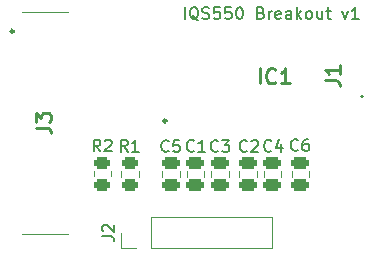
<source format=gto>
G04 #@! TF.GenerationSoftware,KiCad,Pcbnew,6.0.8+dfsg-1~bpo11+1*
G04 #@! TF.CreationDate,2023-03-31T17:36:42-04:00*
G04 #@! TF.ProjectId,IQS550_captouch_breakout,49515335-3530-45f6-9361-70746f756368,rev?*
G04 #@! TF.SameCoordinates,Original*
G04 #@! TF.FileFunction,Legend,Top*
G04 #@! TF.FilePolarity,Positive*
%FSLAX46Y46*%
G04 Gerber Fmt 4.6, Leading zero omitted, Abs format (unit mm)*
G04 Created by KiCad (PCBNEW 6.0.8+dfsg-1~bpo11+1) date 2023-03-31 17:36:42*
%MOMM*%
%LPD*%
G01*
G04 APERTURE LIST*
G04 Aperture macros list*
%AMRoundRect*
0 Rectangle with rounded corners*
0 $1 Rounding radius*
0 $2 $3 $4 $5 $6 $7 $8 $9 X,Y pos of 4 corners*
0 Add a 4 corners polygon primitive as box body*
4,1,4,$2,$3,$4,$5,$6,$7,$8,$9,$2,$3,0*
0 Add four circle primitives for the rounded corners*
1,1,$1+$1,$2,$3*
1,1,$1+$1,$4,$5*
1,1,$1+$1,$6,$7*
1,1,$1+$1,$8,$9*
0 Add four rect primitives between the rounded corners*
20,1,$1+$1,$2,$3,$4,$5,0*
20,1,$1+$1,$4,$5,$6,$7,0*
20,1,$1+$1,$6,$7,$8,$9,0*
20,1,$1+$1,$8,$9,$2,$3,0*%
G04 Aperture macros list end*
%ADD10C,0.150000*%
%ADD11C,0.281155*%
%ADD12C,0.254000*%
%ADD13C,0.120000*%
%ADD14C,0.100000*%
%ADD15C,0.200000*%
%ADD16C,0.250000*%
%ADD17RoundRect,0.250000X0.450000X-0.262500X0.450000X0.262500X-0.450000X0.262500X-0.450000X-0.262500X0*%
%ADD18R,1.400000X0.800000*%
%ADD19R,1.200000X0.600000*%
%ADD20R,1.700000X1.700000*%
%ADD21O,1.700000X1.700000*%
%ADD22R,0.300000X0.850000*%
%ADD23R,0.850000X0.300000*%
%ADD24R,5.700000X5.600000*%
%ADD25RoundRect,0.250000X-0.475000X0.250000X-0.475000X-0.250000X0.475000X-0.250000X0.475000X0.250000X0*%
G04 APERTURE END LIST*
D10*
X142841666Y-86327380D02*
X142841666Y-85327380D01*
X143984523Y-86422619D02*
X143889285Y-86375000D01*
X143794047Y-86279761D01*
X143651190Y-86136904D01*
X143555952Y-86089285D01*
X143460714Y-86089285D01*
X143508333Y-86327380D02*
X143413095Y-86279761D01*
X143317857Y-86184523D01*
X143270238Y-85994047D01*
X143270238Y-85660714D01*
X143317857Y-85470238D01*
X143413095Y-85375000D01*
X143508333Y-85327380D01*
X143698809Y-85327380D01*
X143794047Y-85375000D01*
X143889285Y-85470238D01*
X143936904Y-85660714D01*
X143936904Y-85994047D01*
X143889285Y-86184523D01*
X143794047Y-86279761D01*
X143698809Y-86327380D01*
X143508333Y-86327380D01*
X144317857Y-86279761D02*
X144460714Y-86327380D01*
X144698809Y-86327380D01*
X144794047Y-86279761D01*
X144841666Y-86232142D01*
X144889285Y-86136904D01*
X144889285Y-86041666D01*
X144841666Y-85946428D01*
X144794047Y-85898809D01*
X144698809Y-85851190D01*
X144508333Y-85803571D01*
X144413095Y-85755952D01*
X144365476Y-85708333D01*
X144317857Y-85613095D01*
X144317857Y-85517857D01*
X144365476Y-85422619D01*
X144413095Y-85375000D01*
X144508333Y-85327380D01*
X144746428Y-85327380D01*
X144889285Y-85375000D01*
X145794047Y-85327380D02*
X145317857Y-85327380D01*
X145270238Y-85803571D01*
X145317857Y-85755952D01*
X145413095Y-85708333D01*
X145651190Y-85708333D01*
X145746428Y-85755952D01*
X145794047Y-85803571D01*
X145841666Y-85898809D01*
X145841666Y-86136904D01*
X145794047Y-86232142D01*
X145746428Y-86279761D01*
X145651190Y-86327380D01*
X145413095Y-86327380D01*
X145317857Y-86279761D01*
X145270238Y-86232142D01*
X146746428Y-85327380D02*
X146270238Y-85327380D01*
X146222619Y-85803571D01*
X146270238Y-85755952D01*
X146365476Y-85708333D01*
X146603571Y-85708333D01*
X146698809Y-85755952D01*
X146746428Y-85803571D01*
X146794047Y-85898809D01*
X146794047Y-86136904D01*
X146746428Y-86232142D01*
X146698809Y-86279761D01*
X146603571Y-86327380D01*
X146365476Y-86327380D01*
X146270238Y-86279761D01*
X146222619Y-86232142D01*
X147413095Y-85327380D02*
X147508333Y-85327380D01*
X147603571Y-85375000D01*
X147651190Y-85422619D01*
X147698809Y-85517857D01*
X147746428Y-85708333D01*
X147746428Y-85946428D01*
X147698809Y-86136904D01*
X147651190Y-86232142D01*
X147603571Y-86279761D01*
X147508333Y-86327380D01*
X147413095Y-86327380D01*
X147317857Y-86279761D01*
X147270238Y-86232142D01*
X147222619Y-86136904D01*
X147175000Y-85946428D01*
X147175000Y-85708333D01*
X147222619Y-85517857D01*
X147270238Y-85422619D01*
X147317857Y-85375000D01*
X147413095Y-85327380D01*
X149270238Y-85803571D02*
X149413095Y-85851190D01*
X149460714Y-85898809D01*
X149508333Y-85994047D01*
X149508333Y-86136904D01*
X149460714Y-86232142D01*
X149413095Y-86279761D01*
X149317857Y-86327380D01*
X148936904Y-86327380D01*
X148936904Y-85327380D01*
X149270238Y-85327380D01*
X149365476Y-85375000D01*
X149413095Y-85422619D01*
X149460714Y-85517857D01*
X149460714Y-85613095D01*
X149413095Y-85708333D01*
X149365476Y-85755952D01*
X149270238Y-85803571D01*
X148936904Y-85803571D01*
X149936904Y-86327380D02*
X149936904Y-85660714D01*
X149936904Y-85851190D02*
X149984523Y-85755952D01*
X150032142Y-85708333D01*
X150127380Y-85660714D01*
X150222619Y-85660714D01*
X150936904Y-86279761D02*
X150841666Y-86327380D01*
X150651190Y-86327380D01*
X150555952Y-86279761D01*
X150508333Y-86184523D01*
X150508333Y-85803571D01*
X150555952Y-85708333D01*
X150651190Y-85660714D01*
X150841666Y-85660714D01*
X150936904Y-85708333D01*
X150984523Y-85803571D01*
X150984523Y-85898809D01*
X150508333Y-85994047D01*
X151841666Y-86327380D02*
X151841666Y-85803571D01*
X151794047Y-85708333D01*
X151698809Y-85660714D01*
X151508333Y-85660714D01*
X151413095Y-85708333D01*
X151841666Y-86279761D02*
X151746428Y-86327380D01*
X151508333Y-86327380D01*
X151413095Y-86279761D01*
X151365476Y-86184523D01*
X151365476Y-86089285D01*
X151413095Y-85994047D01*
X151508333Y-85946428D01*
X151746428Y-85946428D01*
X151841666Y-85898809D01*
X152317857Y-86327380D02*
X152317857Y-85327380D01*
X152413095Y-85946428D02*
X152698809Y-86327380D01*
X152698809Y-85660714D02*
X152317857Y-86041666D01*
X153270238Y-86327380D02*
X153175000Y-86279761D01*
X153127380Y-86232142D01*
X153079761Y-86136904D01*
X153079761Y-85851190D01*
X153127380Y-85755952D01*
X153175000Y-85708333D01*
X153270238Y-85660714D01*
X153413095Y-85660714D01*
X153508333Y-85708333D01*
X153555952Y-85755952D01*
X153603571Y-85851190D01*
X153603571Y-86136904D01*
X153555952Y-86232142D01*
X153508333Y-86279761D01*
X153413095Y-86327380D01*
X153270238Y-86327380D01*
X154460714Y-85660714D02*
X154460714Y-86327380D01*
X154032142Y-85660714D02*
X154032142Y-86184523D01*
X154079761Y-86279761D01*
X154175000Y-86327380D01*
X154317857Y-86327380D01*
X154413095Y-86279761D01*
X154460714Y-86232142D01*
X154794047Y-85660714D02*
X155175000Y-85660714D01*
X154936904Y-85327380D02*
X154936904Y-86184523D01*
X154984523Y-86279761D01*
X155079761Y-86327380D01*
X155175000Y-86327380D01*
X156175000Y-85660714D02*
X156413095Y-86327380D01*
X156651190Y-85660714D01*
X157555952Y-86327380D02*
X156984523Y-86327380D01*
X157270238Y-86327380D02*
X157270238Y-85327380D01*
X157175000Y-85470238D01*
X157079761Y-85565476D01*
X156984523Y-85613095D01*
D11*
X128359422Y-87375000D02*
G75*
G03*
X128359422Y-87375000I-140577J0D01*
G01*
D10*
X135683333Y-97527380D02*
X135350000Y-97051190D01*
X135111904Y-97527380D02*
X135111904Y-96527380D01*
X135492857Y-96527380D01*
X135588095Y-96575000D01*
X135635714Y-96622619D01*
X135683333Y-96717857D01*
X135683333Y-96860714D01*
X135635714Y-96955952D01*
X135588095Y-97003571D01*
X135492857Y-97051190D01*
X135111904Y-97051190D01*
X136064285Y-96622619D02*
X136111904Y-96575000D01*
X136207142Y-96527380D01*
X136445238Y-96527380D01*
X136540476Y-96575000D01*
X136588095Y-96622619D01*
X136635714Y-96717857D01*
X136635714Y-96813095D01*
X136588095Y-96955952D01*
X136016666Y-97527380D01*
X136635714Y-97527380D01*
X137983333Y-97552380D02*
X137650000Y-97076190D01*
X137411904Y-97552380D02*
X137411904Y-96552380D01*
X137792857Y-96552380D01*
X137888095Y-96600000D01*
X137935714Y-96647619D01*
X137983333Y-96742857D01*
X137983333Y-96885714D01*
X137935714Y-96980952D01*
X137888095Y-97028571D01*
X137792857Y-97076190D01*
X137411904Y-97076190D01*
X138935714Y-97552380D02*
X138364285Y-97552380D01*
X138650000Y-97552380D02*
X138650000Y-96552380D01*
X138554761Y-96695238D01*
X138459523Y-96790476D01*
X138364285Y-96838095D01*
D12*
X130204523Y-95523333D02*
X131111666Y-95523333D01*
X131293095Y-95583809D01*
X131414047Y-95704761D01*
X131474523Y-95886190D01*
X131474523Y-96007142D01*
X130204523Y-95039523D02*
X130204523Y-94253333D01*
X130688333Y-94676666D01*
X130688333Y-94495238D01*
X130748809Y-94374285D01*
X130809285Y-94313809D01*
X130930238Y-94253333D01*
X131232619Y-94253333D01*
X131353571Y-94313809D01*
X131414047Y-94374285D01*
X131474523Y-94495238D01*
X131474523Y-94858095D01*
X131414047Y-94979047D01*
X131353571Y-95039523D01*
D10*
X135847380Y-104733333D02*
X136561666Y-104733333D01*
X136704523Y-104780952D01*
X136799761Y-104876190D01*
X136847380Y-105019047D01*
X136847380Y-105114285D01*
X135942619Y-104304761D02*
X135895000Y-104257142D01*
X135847380Y-104161904D01*
X135847380Y-103923809D01*
X135895000Y-103828571D01*
X135942619Y-103780952D01*
X136037857Y-103733333D01*
X136133095Y-103733333D01*
X136275952Y-103780952D01*
X136847380Y-104352380D01*
X136847380Y-103733333D01*
D12*
X154679523Y-91523333D02*
X155586666Y-91523333D01*
X155768095Y-91583809D01*
X155889047Y-91704761D01*
X155949523Y-91886190D01*
X155949523Y-92007142D01*
X155949523Y-90253333D02*
X155949523Y-90979047D01*
X155949523Y-90616190D02*
X154679523Y-90616190D01*
X154860952Y-90737142D01*
X154981904Y-90858095D01*
X155042380Y-90979047D01*
X149160238Y-91774523D02*
X149160238Y-90504523D01*
X150490714Y-91653571D02*
X150430238Y-91714047D01*
X150248809Y-91774523D01*
X150127857Y-91774523D01*
X149946428Y-91714047D01*
X149825476Y-91593095D01*
X149765000Y-91472142D01*
X149704523Y-91230238D01*
X149704523Y-91048809D01*
X149765000Y-90806904D01*
X149825476Y-90685952D01*
X149946428Y-90565000D01*
X150127857Y-90504523D01*
X150248809Y-90504523D01*
X150430238Y-90565000D01*
X150490714Y-90625476D01*
X151700238Y-91774523D02*
X150974523Y-91774523D01*
X151337380Y-91774523D02*
X151337380Y-90504523D01*
X151216428Y-90685952D01*
X151095476Y-90806904D01*
X150974523Y-90867380D01*
D10*
X152408333Y-97407142D02*
X152360714Y-97454761D01*
X152217857Y-97502380D01*
X152122619Y-97502380D01*
X151979761Y-97454761D01*
X151884523Y-97359523D01*
X151836904Y-97264285D01*
X151789285Y-97073809D01*
X151789285Y-96930952D01*
X151836904Y-96740476D01*
X151884523Y-96645238D01*
X151979761Y-96550000D01*
X152122619Y-96502380D01*
X152217857Y-96502380D01*
X152360714Y-96550000D01*
X152408333Y-96597619D01*
X153265476Y-96502380D02*
X153075000Y-96502380D01*
X152979761Y-96550000D01*
X152932142Y-96597619D01*
X152836904Y-96740476D01*
X152789285Y-96930952D01*
X152789285Y-97311904D01*
X152836904Y-97407142D01*
X152884523Y-97454761D01*
X152979761Y-97502380D01*
X153170238Y-97502380D01*
X153265476Y-97454761D01*
X153313095Y-97407142D01*
X153360714Y-97311904D01*
X153360714Y-97073809D01*
X153313095Y-96978571D01*
X153265476Y-96930952D01*
X153170238Y-96883333D01*
X152979761Y-96883333D01*
X152884523Y-96930952D01*
X152836904Y-96978571D01*
X152789285Y-97073809D01*
X141458333Y-97482142D02*
X141410714Y-97529761D01*
X141267857Y-97577380D01*
X141172619Y-97577380D01*
X141029761Y-97529761D01*
X140934523Y-97434523D01*
X140886904Y-97339285D01*
X140839285Y-97148809D01*
X140839285Y-97005952D01*
X140886904Y-96815476D01*
X140934523Y-96720238D01*
X141029761Y-96625000D01*
X141172619Y-96577380D01*
X141267857Y-96577380D01*
X141410714Y-96625000D01*
X141458333Y-96672619D01*
X142363095Y-96577380D02*
X141886904Y-96577380D01*
X141839285Y-97053571D01*
X141886904Y-97005952D01*
X141982142Y-96958333D01*
X142220238Y-96958333D01*
X142315476Y-97005952D01*
X142363095Y-97053571D01*
X142410714Y-97148809D01*
X142410714Y-97386904D01*
X142363095Y-97482142D01*
X142315476Y-97529761D01*
X142220238Y-97577380D01*
X141982142Y-97577380D01*
X141886904Y-97529761D01*
X141839285Y-97482142D01*
X150158333Y-97457142D02*
X150110714Y-97504761D01*
X149967857Y-97552380D01*
X149872619Y-97552380D01*
X149729761Y-97504761D01*
X149634523Y-97409523D01*
X149586904Y-97314285D01*
X149539285Y-97123809D01*
X149539285Y-96980952D01*
X149586904Y-96790476D01*
X149634523Y-96695238D01*
X149729761Y-96600000D01*
X149872619Y-96552380D01*
X149967857Y-96552380D01*
X150110714Y-96600000D01*
X150158333Y-96647619D01*
X151015476Y-96885714D02*
X151015476Y-97552380D01*
X150777380Y-96504761D02*
X150539285Y-97219047D01*
X151158333Y-97219047D01*
X145633333Y-97482142D02*
X145585714Y-97529761D01*
X145442857Y-97577380D01*
X145347619Y-97577380D01*
X145204761Y-97529761D01*
X145109523Y-97434523D01*
X145061904Y-97339285D01*
X145014285Y-97148809D01*
X145014285Y-97005952D01*
X145061904Y-96815476D01*
X145109523Y-96720238D01*
X145204761Y-96625000D01*
X145347619Y-96577380D01*
X145442857Y-96577380D01*
X145585714Y-96625000D01*
X145633333Y-96672619D01*
X145966666Y-96577380D02*
X146585714Y-96577380D01*
X146252380Y-96958333D01*
X146395238Y-96958333D01*
X146490476Y-97005952D01*
X146538095Y-97053571D01*
X146585714Y-97148809D01*
X146585714Y-97386904D01*
X146538095Y-97482142D01*
X146490476Y-97529761D01*
X146395238Y-97577380D01*
X146109523Y-97577380D01*
X146014285Y-97529761D01*
X145966666Y-97482142D01*
X148083333Y-97482142D02*
X148035714Y-97529761D01*
X147892857Y-97577380D01*
X147797619Y-97577380D01*
X147654761Y-97529761D01*
X147559523Y-97434523D01*
X147511904Y-97339285D01*
X147464285Y-97148809D01*
X147464285Y-97005952D01*
X147511904Y-96815476D01*
X147559523Y-96720238D01*
X147654761Y-96625000D01*
X147797619Y-96577380D01*
X147892857Y-96577380D01*
X148035714Y-96625000D01*
X148083333Y-96672619D01*
X148464285Y-96672619D02*
X148511904Y-96625000D01*
X148607142Y-96577380D01*
X148845238Y-96577380D01*
X148940476Y-96625000D01*
X148988095Y-96672619D01*
X149035714Y-96767857D01*
X149035714Y-96863095D01*
X148988095Y-97005952D01*
X148416666Y-97577380D01*
X149035714Y-97577380D01*
X143608333Y-97457142D02*
X143560714Y-97504761D01*
X143417857Y-97552380D01*
X143322619Y-97552380D01*
X143179761Y-97504761D01*
X143084523Y-97409523D01*
X143036904Y-97314285D01*
X142989285Y-97123809D01*
X142989285Y-96980952D01*
X143036904Y-96790476D01*
X143084523Y-96695238D01*
X143179761Y-96600000D01*
X143322619Y-96552380D01*
X143417857Y-96552380D01*
X143560714Y-96600000D01*
X143608333Y-96647619D01*
X144560714Y-97552380D02*
X143989285Y-97552380D01*
X144275000Y-97552380D02*
X144275000Y-96552380D01*
X144179761Y-96695238D01*
X144084523Y-96790476D01*
X143989285Y-96838095D01*
D13*
X135115000Y-99652064D02*
X135115000Y-99197936D01*
X136585000Y-99652064D02*
X136585000Y-99197936D01*
X137465000Y-99677064D02*
X137465000Y-99222936D01*
X138935000Y-99677064D02*
X138935000Y-99222936D01*
D14*
X132925000Y-104500000D02*
X129025000Y-104500000D01*
X132925000Y-85700000D02*
X129025000Y-85700000D01*
D13*
X139995000Y-103070000D02*
X150215000Y-103070000D01*
X137395000Y-105730000D02*
X137395000Y-104400000D01*
X139995000Y-105730000D02*
X150215000Y-105730000D01*
X150215000Y-105730000D02*
X150215000Y-103070000D01*
X139995000Y-105730000D02*
X139995000Y-103070000D01*
X138725000Y-105730000D02*
X137395000Y-105730000D01*
D15*
X157750000Y-92875000D02*
X157750000Y-92875000D01*
X157950000Y-92875000D02*
X157950000Y-92875000D01*
X157950000Y-92875000D02*
G75*
G03*
X157750000Y-92875000I-100000J0D01*
G01*
X157750000Y-92875000D02*
G75*
G03*
X157950000Y-92875000I100000J0D01*
G01*
D16*
X141275000Y-94950000D02*
G75*
G03*
X141275000Y-94950000I-125000J0D01*
G01*
D13*
X151865000Y-99163748D02*
X151865000Y-99686252D01*
X153335000Y-99163748D02*
X153335000Y-99686252D01*
X140915000Y-99188748D02*
X140915000Y-99711252D01*
X142385000Y-99188748D02*
X142385000Y-99711252D01*
X149515000Y-99163748D02*
X149515000Y-99686252D01*
X150985000Y-99163748D02*
X150985000Y-99686252D01*
X145065000Y-99188748D02*
X145065000Y-99711252D01*
X146535000Y-99188748D02*
X146535000Y-99711252D01*
X147440000Y-99163748D02*
X147440000Y-99686252D01*
X148910000Y-99163748D02*
X148910000Y-99686252D01*
X142990000Y-99188748D02*
X142990000Y-99711252D01*
X144460000Y-99188748D02*
X144460000Y-99711252D01*
%LPC*%
D17*
X135850000Y-100337500D03*
X135850000Y-98512500D03*
X138200000Y-100362500D03*
X138200000Y-98537500D03*
D18*
X132175000Y-103850000D03*
X129475000Y-103850000D03*
X132175000Y-86350000D03*
X129475000Y-86350000D03*
D19*
X132275000Y-102850000D03*
X129375000Y-102350000D03*
X132275000Y-101850000D03*
X129375000Y-101350000D03*
X132275000Y-100850000D03*
X129375000Y-100350000D03*
X132275000Y-99850000D03*
X129375000Y-99350000D03*
X132275000Y-98850000D03*
X129375000Y-98350000D03*
X132275000Y-97850000D03*
X129375000Y-97350000D03*
X132275000Y-96850000D03*
X129375000Y-96350000D03*
X132275000Y-95850000D03*
X129375000Y-95350000D03*
X132275000Y-94850000D03*
X129375000Y-94350000D03*
X132275000Y-93850000D03*
X129375000Y-93350000D03*
X132275000Y-92850000D03*
X129375000Y-92350000D03*
X132275000Y-91850000D03*
X129375000Y-91350000D03*
X132275000Y-90850000D03*
X129375000Y-90350000D03*
X132275000Y-89850000D03*
X129375000Y-89350000D03*
X132275000Y-88850000D03*
X129375000Y-88350000D03*
X132275000Y-87850000D03*
X129375000Y-87350000D03*
D20*
X138725000Y-104400000D03*
D21*
X141265000Y-104400000D03*
X143805000Y-104400000D03*
X146345000Y-104400000D03*
X148885000Y-104400000D03*
D19*
X156800000Y-92825000D03*
X153900000Y-92325000D03*
X156800000Y-91825000D03*
X153900000Y-91325000D03*
X156800000Y-90825000D03*
X153900000Y-90325000D03*
X156800000Y-89825000D03*
X153900000Y-89325000D03*
D18*
X156700000Y-93825000D03*
X154000000Y-93825000D03*
X156700000Y-88325000D03*
X154000000Y-88325000D03*
D22*
X141900000Y-94525000D03*
X142400000Y-94525000D03*
X142900000Y-94525000D03*
X143400000Y-94525000D03*
X143900000Y-94525000D03*
X144400000Y-94525000D03*
X144900000Y-94525000D03*
X145400000Y-94525000D03*
X145900000Y-94525000D03*
X146400000Y-94525000D03*
X146900000Y-94525000D03*
X147400000Y-94525000D03*
D23*
X148100000Y-93825000D03*
X148100000Y-93325000D03*
X148100000Y-92825000D03*
X148100000Y-92325000D03*
X148100000Y-91825000D03*
X148100000Y-91325000D03*
X148100000Y-90825000D03*
X148100000Y-90325000D03*
X148100000Y-89825000D03*
X148100000Y-89325000D03*
X148100000Y-88825000D03*
X148100000Y-88325000D03*
D22*
X147400000Y-87625000D03*
X146900000Y-87625000D03*
X146400000Y-87625000D03*
X145900000Y-87625000D03*
X145400000Y-87625000D03*
X144900000Y-87625000D03*
X144400000Y-87625000D03*
X143900000Y-87625000D03*
X143400000Y-87625000D03*
X142900000Y-87625000D03*
X142400000Y-87625000D03*
X141900000Y-87625000D03*
D23*
X141200000Y-88325000D03*
X141200000Y-88825000D03*
X141200000Y-89325000D03*
X141200000Y-89825000D03*
X141200000Y-90325000D03*
X141200000Y-90825000D03*
X141200000Y-91325000D03*
X141200000Y-91825000D03*
X141200000Y-92325000D03*
X141200000Y-92825000D03*
X141200000Y-93325000D03*
X141200000Y-93825000D03*
D24*
X144650000Y-91075000D03*
D25*
X152600000Y-98475000D03*
X152600000Y-100375000D03*
X141650000Y-98500000D03*
X141650000Y-100400000D03*
X150250000Y-98475000D03*
X150250000Y-100375000D03*
X145800000Y-98500000D03*
X145800000Y-100400000D03*
X148175000Y-98475000D03*
X148175000Y-100375000D03*
X143725000Y-98500000D03*
X143725000Y-100400000D03*
M02*

</source>
